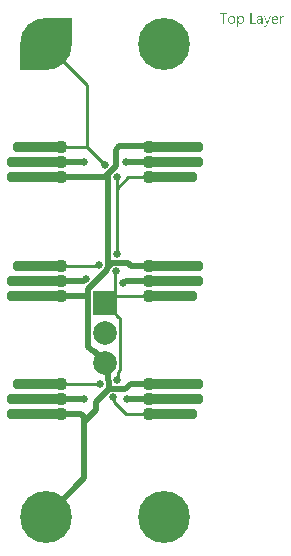
<source format=gtl>
G04*
G04 #@! TF.GenerationSoftware,Altium Limited,Altium Designer,22.4.2 (48)*
G04*
G04 Layer_Physical_Order=1*
G04 Layer_Color=255*
%FSAX45Y45*%
%MOMM*%
G71*
G04*
G04 #@! TF.SameCoordinates,69EBC29A-0566-45BE-847E-5E5AA8F2F2B9*
G04*
G04*
G04 #@! TF.FilePolarity,Positive*
G04*
G01*
G75*
G04:AMPARAMS|DCode=15|XSize=0.9mm|YSize=4.8mm|CornerRadius=0.351mm|HoleSize=0mm|Usage=FLASHONLY|Rotation=270.000|XOffset=0mm|YOffset=0mm|HoleType=Round|Shape=RoundedRectangle|*
%AMROUNDEDRECTD15*
21,1,0.90000,4.09800,0,0,270.0*
21,1,0.19800,4.80000,0,0,270.0*
1,1,0.70200,-2.04900,-0.09900*
1,1,0.70200,-2.04900,0.09900*
1,1,0.70200,2.04900,0.09900*
1,1,0.70200,2.04900,-0.09900*
%
%ADD15ROUNDEDRECTD15*%
G04:AMPARAMS|DCode=16|XSize=0.9mm|YSize=4.3mm|CornerRadius=0.351mm|HoleSize=0mm|Usage=FLASHONLY|Rotation=270.000|XOffset=0mm|YOffset=0mm|HoleType=Round|Shape=RoundedRectangle|*
%AMROUNDEDRECTD16*
21,1,0.90000,3.59800,0,0,270.0*
21,1,0.19800,4.30000,0,0,270.0*
1,1,0.70200,-1.79900,-0.09900*
1,1,0.70200,-1.79900,0.09900*
1,1,0.70200,1.79900,0.09900*
1,1,0.70200,1.79900,-0.09900*
%
%ADD16ROUNDEDRECTD16*%
%ADD17C,1.10000*%
%ADD22C,0.25000*%
%ADD23C,0.50000*%
%ADD24C,2.00000*%
%ADD25R,2.00000X2.00000*%
%ADD26C,4.40000*%
%ADD27C,0.65000*%
%ADD28C,0.60000*%
G36*
X-000721545Y003780000D02*
X-000489998D01*
X-000279998Y003990000D01*
Y004221547D01*
X-000498450D01*
X-000721545Y003998453D01*
Y003780000D01*
D02*
G37*
G36*
X001152951Y004240125D02*
X001153814Y004240047D01*
X001154835Y004239968D01*
X001156012Y004239733D01*
X001157346Y004239497D01*
X001158837Y004239105D01*
X001160329Y004238634D01*
X001161898Y004238084D01*
X001163468Y004237378D01*
X001165116Y004236593D01*
X001166686Y004235573D01*
X001168177Y004234396D01*
X001169668Y004233061D01*
X001171003Y004231570D01*
X001171081Y004231492D01*
X001171317Y004231178D01*
X001171631Y004230707D01*
X001172102Y004230000D01*
X001172572Y004229137D01*
X001173200Y004228117D01*
X001173828Y004226861D01*
X001174456Y004225527D01*
X001175084Y004223957D01*
X001175712Y004222230D01*
X001176340Y004220347D01*
X001176811Y004218306D01*
X001177282Y004216108D01*
X001177596Y004213754D01*
X001177831Y004211242D01*
X001177910Y004208652D01*
Y004208574D01*
Y004208495D01*
Y004208260D01*
Y004207946D01*
X001177831Y004207083D01*
X001177753Y004205984D01*
X001177674Y004204649D01*
X001177517Y004203080D01*
X001177282Y004201353D01*
X001176968Y004199469D01*
X001176497Y004197507D01*
X001176026Y004195388D01*
X001175398Y004193269D01*
X001174613Y004191150D01*
X001173750Y004189031D01*
X001172729Y004186912D01*
X001171474Y004184949D01*
X001170139Y004183066D01*
X001170061Y004182987D01*
X001169747Y004182673D01*
X001169355Y004182202D01*
X001168727Y004181575D01*
X001167942Y004180868D01*
X001167000Y004180005D01*
X001165823Y004179142D01*
X001164567Y004178278D01*
X001163154Y004177415D01*
X001161506Y004176551D01*
X001159779Y004175688D01*
X001157896Y004174982D01*
X001155855Y004174354D01*
X001153657Y004173883D01*
X001151303Y004173569D01*
X001148870Y004173491D01*
X001148320D01*
X001147692Y004173569D01*
X001146829Y004173647D01*
X001145809Y004173804D01*
X001144631Y004174040D01*
X001143297Y004174354D01*
X001141806Y004174825D01*
X001140315Y004175374D01*
X001138745Y004176081D01*
X001137175Y004176944D01*
X001135527Y004177964D01*
X001133957Y004179220D01*
X001132466Y004180633D01*
X001131053Y004182281D01*
X001129719Y004184165D01*
X001129484D01*
Y004145706D01*
X001119280D01*
Y004238712D01*
X001129484D01*
Y004227489D01*
X001129719D01*
X001129798Y004227646D01*
X001130112Y004228038D01*
X001130504Y004228666D01*
X001131132Y004229451D01*
X001131917Y004230471D01*
X001132859Y004231492D01*
X001134036Y004232669D01*
X001135292Y004233846D01*
X001136783Y004235024D01*
X001138431Y004236201D01*
X001140236Y004237221D01*
X001142198Y004238241D01*
X001144317Y004239026D01*
X001146672Y004239654D01*
X001149105Y004240047D01*
X001151774Y004240204D01*
X001152323D01*
X001152951Y004240125D01*
D02*
G37*
G36*
X001510847Y004239733D02*
X001511710D01*
X001512652Y004239576D01*
X001513673Y004239419D01*
X001514693Y004239262D01*
X001515556Y004238948D01*
Y004228352D01*
X001515399Y004228431D01*
X001515085Y004228666D01*
X001514457Y004228980D01*
X001513594Y004229373D01*
X001512417Y004229765D01*
X001511161Y004230079D01*
X001509591Y004230314D01*
X001507786Y004230393D01*
X001507158D01*
X001506687Y004230314D01*
X001506138Y004230236D01*
X001505510Y004230079D01*
X001504019Y004229608D01*
X001503155Y004229294D01*
X001502292Y004228902D01*
X001501350Y004228352D01*
X001500408Y004227803D01*
X001499545Y004227096D01*
X001498603Y004226233D01*
X001497740Y004225291D01*
X001496877Y004224192D01*
X001496798Y004224114D01*
X001496720Y004223879D01*
X001496484Y004223565D01*
X001496170Y004223094D01*
X001495856Y004222466D01*
X001495464Y004221681D01*
X001495071Y004220818D01*
X001494679Y004219797D01*
X001494287Y004218698D01*
X001493894Y004217443D01*
X001493502Y004216030D01*
X001493188Y004214539D01*
X001492874Y004212890D01*
X001492638Y004211164D01*
X001492560Y004209359D01*
X001492481Y004207396D01*
Y004174982D01*
X001482278D01*
Y004238712D01*
X001492481D01*
Y004225527D01*
X001492717D01*
Y004225605D01*
X001492795Y004225841D01*
X001492952Y004226155D01*
X001493109Y004226626D01*
X001493345Y004227175D01*
X001493659Y004227881D01*
X001494365Y004229373D01*
X001495307Y004231099D01*
X001496484Y004232826D01*
X001497818Y004234474D01*
X001499388Y004236044D01*
X001499467Y004236122D01*
X001499624Y004236201D01*
X001499859Y004236358D01*
X001500173Y004236672D01*
X001500565Y004236907D01*
X001501115Y004237221D01*
X001502292Y004237928D01*
X001503783Y004238634D01*
X001505510Y004239262D01*
X001507394Y004239654D01*
X001508414Y004239733D01*
X001509434Y004239811D01*
X001510062D01*
X001510847Y004239733D01*
D02*
G37*
G36*
X001375380Y004164779D02*
Y004164700D01*
X001375302Y004164543D01*
X001375145Y004164308D01*
X001374988Y004163915D01*
X001374831Y004163444D01*
X001374595Y004162973D01*
X001373968Y004161718D01*
X001373104Y004160226D01*
X001372162Y004158500D01*
X001370985Y004156773D01*
X001369651Y004154889D01*
X001368160Y004153084D01*
X001366511Y004151279D01*
X001364706Y004149552D01*
X001362744Y004148061D01*
X001360625Y004146805D01*
X001359526Y004146334D01*
X001358349Y004145863D01*
X001357172Y004145471D01*
X001355916Y004145236D01*
X001354660Y004145079D01*
X001353326Y004145000D01*
X001352698D01*
X001351913Y004145079D01*
X001350971D01*
X001349951Y004145236D01*
X001348852Y004145393D01*
X001347675Y004145549D01*
X001346654Y004145863D01*
Y004154968D01*
X001346811Y004154889D01*
X001347204Y004154811D01*
X001347832Y004154654D01*
X001348617Y004154418D01*
X001349558Y004154183D01*
X001350579Y004154026D01*
X001351678Y004153947D01*
X001352698Y004153869D01*
X001353012D01*
X001353404Y004153947D01*
X001353954Y004154026D01*
X001354581Y004154183D01*
X001355366Y004154340D01*
X001356151Y004154654D01*
X001357093Y004155046D01*
X001357956Y004155517D01*
X001358977Y004156145D01*
X001359919Y004156851D01*
X001360860Y004157715D01*
X001361802Y004158814D01*
X001362744Y004159991D01*
X001363529Y004161404D01*
X001364314Y004163052D01*
X001369415Y004175060D01*
X001344535Y004238712D01*
X001355837D01*
X001373104Y004189659D01*
Y004189580D01*
X001373183Y004189423D01*
X001373261Y004189188D01*
X001373418Y004188717D01*
X001373575Y004188089D01*
X001373732Y004187226D01*
X001374046Y004186127D01*
X001374360Y004184792D01*
X001374752D01*
Y004184871D01*
X001374831Y004185106D01*
X001374909Y004185420D01*
X001375066Y004185970D01*
X001375223Y004186598D01*
X001375380Y004187383D01*
X001375694Y004188403D01*
X001376008Y004189502D01*
X001394138Y004238712D01*
X001404656D01*
X001375380Y004164779D01*
D02*
G37*
G36*
X001313219Y004240125D02*
X001313769D01*
X001314318Y004240047D01*
X001315025Y004239968D01*
X001315809Y004239811D01*
X001317458Y004239497D01*
X001319420Y004238948D01*
X001321382Y004238241D01*
X001323501Y004237221D01*
X001325620Y004235965D01*
X001326640Y004235259D01*
X001327661Y004234396D01*
X001328603Y004233454D01*
X001329544Y004232512D01*
X001330408Y004231413D01*
X001331193Y004230157D01*
X001331978Y004228902D01*
X001332684Y004227489D01*
X001333233Y004225919D01*
X001333783Y004224271D01*
X001334175Y004222544D01*
X001334489Y004220582D01*
X001334646Y004218620D01*
X001334725Y004216422D01*
Y004174982D01*
X001324521D01*
Y004184871D01*
X001324286D01*
X001324207Y004184714D01*
X001323972Y004184400D01*
X001323580Y004183851D01*
X001323030Y004183066D01*
X001322324Y004182202D01*
X001321460Y004181261D01*
X001320519Y004180240D01*
X001319341Y004179220D01*
X001318007Y004178121D01*
X001316594Y004177101D01*
X001314946Y004176159D01*
X001313219Y004175296D01*
X001311257Y004174511D01*
X001309217Y004173961D01*
X001307019Y004173647D01*
X001304664Y004173491D01*
X001303723D01*
X001303095Y004173569D01*
X001302310Y004173647D01*
X001301368Y004173726D01*
X001300348Y004173883D01*
X001299249Y004174118D01*
X001296816Y004174746D01*
X001295639Y004175139D01*
X001294383Y004175610D01*
X001293127Y004176159D01*
X001291950Y004176865D01*
X001290851Y004177650D01*
X001289752Y004178514D01*
X001289674Y004178592D01*
X001289517Y004178749D01*
X001289281Y004179063D01*
X001288889Y004179455D01*
X001288496Y004179926D01*
X001288104Y004180554D01*
X001287554Y004181261D01*
X001287084Y004182045D01*
X001286613Y004182987D01*
X001286142Y004184008D01*
X001285671Y004185106D01*
X001285278Y004186284D01*
X001284886Y004187540D01*
X001284650Y004188874D01*
X001284493Y004190365D01*
X001284415Y004191856D01*
Y004191935D01*
Y004192092D01*
Y004192327D01*
X001284493Y004192641D01*
Y004193034D01*
X001284572Y004193504D01*
X001284729Y004194682D01*
X001285043Y004196094D01*
X001285514Y004197664D01*
X001286142Y004199391D01*
X001287084Y004201196D01*
X001288182Y004203001D01*
X001289517Y004204806D01*
X001290380Y004205670D01*
X001291243Y004206533D01*
X001292264Y004207396D01*
X001293284Y004208181D01*
X001294461Y004208966D01*
X001295717Y004209673D01*
X001297051Y004210300D01*
X001298542Y004210928D01*
X001300112Y004211478D01*
X001301760Y004211949D01*
X001303566Y004212341D01*
X001305449Y004212655D01*
X001324521Y004215324D01*
Y004215402D01*
Y004215481D01*
Y004215716D01*
Y004216030D01*
X001324443Y004216815D01*
X001324286Y004217835D01*
X001324129Y004219091D01*
X001323815Y004220504D01*
X001323423Y004221916D01*
X001322873Y004223486D01*
X001322167Y004224977D01*
X001321303Y004226469D01*
X001320283Y004227803D01*
X001319027Y004229059D01*
X001317458Y004230079D01*
X001315731Y004230864D01*
X001314789Y004231178D01*
X001313690Y004231413D01*
X001312591Y004231492D01*
X001311414Y004231570D01*
X001310865D01*
X001310315Y004231492D01*
X001309452Y004231413D01*
X001308432Y004231335D01*
X001307254Y004231178D01*
X001305920Y004230942D01*
X001304507Y004230628D01*
X001302938Y004230157D01*
X001301289Y004229686D01*
X001299563Y004229059D01*
X001297758Y004228274D01*
X001295952Y004227332D01*
X001294147Y004226312D01*
X001292342Y004225134D01*
X001290615Y004223722D01*
Y004234160D01*
X001290694Y004234239D01*
X001291008Y004234396D01*
X001291557Y004234710D01*
X001292264Y004235102D01*
X001293205Y004235573D01*
X001294226Y004236044D01*
X001295482Y004236593D01*
X001296894Y004237221D01*
X001298386Y004237771D01*
X001300034Y004238320D01*
X001301839Y004238791D01*
X001303723Y004239262D01*
X001305763Y004239654D01*
X001307804Y004239968D01*
X001310001Y004240125D01*
X001312278Y004240204D01*
X001312827D01*
X001313219Y004240125D01*
D02*
G37*
G36*
X001241012Y004184400D02*
X001276880D01*
Y004174982D01*
X001230574D01*
Y004264220D01*
X001241012D01*
Y004184400D01*
D02*
G37*
G36*
X001031926Y004254724D02*
X001006182D01*
Y004174982D01*
X000995743D01*
Y004254724D01*
X000970000D01*
Y004264220D01*
X001031926D01*
Y004254724D01*
D02*
G37*
G36*
X001441858Y004240125D02*
X001442721Y004240047D01*
X001443820Y004239968D01*
X001444997Y004239811D01*
X001446332Y004239497D01*
X001447744Y004239183D01*
X001449314Y004238791D01*
X001450884Y004238241D01*
X001452454Y004237535D01*
X001454102Y004236750D01*
X001455671Y004235808D01*
X001457163Y004234710D01*
X001458654Y004233454D01*
X001459988Y004232041D01*
X001460067Y004231963D01*
X001460302Y004231649D01*
X001460616Y004231178D01*
X001461087Y004230550D01*
X001461558Y004229765D01*
X001462186Y004228745D01*
X001462814Y004227567D01*
X001463442Y004226233D01*
X001464069Y004224663D01*
X001464697Y004223015D01*
X001465325Y004221132D01*
X001465796Y004219169D01*
X001466267Y004216972D01*
X001466581Y004214696D01*
X001466816Y004212184D01*
X001466895Y004209594D01*
Y004204257D01*
X001421844D01*
Y004204100D01*
Y004203786D01*
X001421922Y004203237D01*
X001422001Y004202530D01*
X001422079Y004201588D01*
X001422236Y004200568D01*
X001422393Y004199469D01*
X001422707Y004198214D01*
X001423414Y004195545D01*
X001423885Y004194211D01*
X001424434Y004192798D01*
X001425062Y004191464D01*
X001425768Y004190130D01*
X001426632Y004188952D01*
X001427573Y004187775D01*
X001427652Y004187696D01*
X001427809Y004187540D01*
X001428123Y004187226D01*
X001428594Y004186912D01*
X001429143Y004186441D01*
X001429850Y004185970D01*
X001430634Y004185420D01*
X001431498Y004184949D01*
X001432518Y004184400D01*
X001433695Y004183851D01*
X001434873Y004183380D01*
X001436285Y004182909D01*
X001437698Y004182595D01*
X001439268Y004182281D01*
X001440916Y004182124D01*
X001442643Y004182045D01*
X001443114D01*
X001443663Y004182124D01*
X001444448D01*
X001445390Y004182281D01*
X001446489Y004182438D01*
X001447744Y004182673D01*
X001449157Y004182909D01*
X001450648Y004183301D01*
X001452218Y004183772D01*
X001453866Y004184322D01*
X001455514Y004185028D01*
X001457241Y004185813D01*
X001458968Y004186755D01*
X001460695Y004187853D01*
X001462421Y004189109D01*
Y004179534D01*
X001462343Y004179455D01*
X001462029Y004179298D01*
X001461558Y004178985D01*
X001460930Y004178592D01*
X001460067Y004178121D01*
X001459046Y004177650D01*
X001457869Y004177101D01*
X001456535Y004176551D01*
X001454965Y004175924D01*
X001453317Y004175374D01*
X001451512Y004174903D01*
X001449550Y004174432D01*
X001447430Y004174040D01*
X001445154Y004173726D01*
X001442721Y004173569D01*
X001440210Y004173491D01*
X001439582D01*
X001438954Y004173569D01*
X001438012Y004173647D01*
X001436835Y004173726D01*
X001435501Y004173961D01*
X001434088Y004174197D01*
X001432518Y004174589D01*
X001430870Y004175060D01*
X001429143Y004175610D01*
X001427338Y004176316D01*
X001425611Y004177101D01*
X001423806Y004178121D01*
X001422158Y004179298D01*
X001420510Y004180633D01*
X001419018Y004182124D01*
X001418940Y004182202D01*
X001418705Y004182516D01*
X001418312Y004183066D01*
X001417841Y004183772D01*
X001417213Y004184636D01*
X001416585Y004185734D01*
X001415879Y004186990D01*
X001415173Y004188481D01*
X001414466Y004190051D01*
X001413760Y004191935D01*
X001413132Y004193897D01*
X001412504Y004196094D01*
X001412033Y004198449D01*
X001411641Y004200961D01*
X001411405Y004203708D01*
X001411327Y004206533D01*
Y004206612D01*
Y004206690D01*
Y004206926D01*
Y004207161D01*
X001411405Y004207946D01*
X001411484Y004209045D01*
X001411562Y004210300D01*
X001411798Y004211713D01*
X001412033Y004213361D01*
X001412347Y004215167D01*
X001412818Y004217050D01*
X001413368Y004219012D01*
X001414074Y004221053D01*
X001414859Y004223094D01*
X001415801Y004225056D01*
X001416978Y004227096D01*
X001418234Y004228980D01*
X001419725Y004230785D01*
X001419803Y004230864D01*
X001420117Y004231178D01*
X001420588Y004231649D01*
X001421216Y004232277D01*
X001422079Y004232983D01*
X001423100Y004233768D01*
X001424199Y004234631D01*
X001425533Y004235494D01*
X001426946Y004236358D01*
X001428594Y004237221D01*
X001430320Y004238006D01*
X001432126Y004238712D01*
X001434088Y004239340D01*
X001436207Y004239811D01*
X001438405Y004240125D01*
X001440681Y004240204D01*
X001441230D01*
X001441858Y004240125D01*
D02*
G37*
G36*
X001074073D02*
X001075093Y004240047D01*
X001076270Y004239968D01*
X001077683Y004239733D01*
X001079174Y004239497D01*
X001080822Y004239105D01*
X001082628Y004238634D01*
X001084433Y004238084D01*
X001086238Y004237378D01*
X001088122Y004236515D01*
X001089927Y004235494D01*
X001091732Y004234317D01*
X001093380Y004232983D01*
X001094950Y004231413D01*
X001095028Y004231335D01*
X001095264Y004231021D01*
X001095656Y004230471D01*
X001096206Y004229765D01*
X001096833Y004228902D01*
X001097461Y004227803D01*
X001098246Y004226547D01*
X001098953Y004225056D01*
X001099737Y004223408D01*
X001100444Y004221602D01*
X001101072Y004219640D01*
X001101700Y004217443D01*
X001102249Y004215088D01*
X001102641Y004212577D01*
X001102877Y004209908D01*
X001102955Y004207083D01*
Y004207004D01*
Y004206926D01*
Y004206690D01*
Y004206376D01*
X001102877Y004205591D01*
X001102798Y004204571D01*
X001102720Y004203237D01*
X001102484Y004201745D01*
X001102249Y004200097D01*
X001101857Y004198292D01*
X001101386Y004196408D01*
X001100836Y004194368D01*
X001100130Y004192327D01*
X001099345Y004190287D01*
X001098325Y004188246D01*
X001097147Y004186284D01*
X001095813Y004184400D01*
X001094322Y004182595D01*
X001094243Y004182516D01*
X001093929Y004182202D01*
X001093459Y004181732D01*
X001092752Y004181182D01*
X001091889Y004180476D01*
X001090869Y004179691D01*
X001089613Y004178906D01*
X001088200Y004178043D01*
X001086630Y004177179D01*
X001084904Y004176394D01*
X001083020Y004175610D01*
X001080979Y004174903D01*
X001078703Y004174354D01*
X001076349Y004173883D01*
X001073916Y004173569D01*
X001071247Y004173491D01*
X001070619D01*
X001069913Y004173569D01*
X001068892Y004173647D01*
X001067715Y004173726D01*
X001066302Y004173961D01*
X001064811Y004174197D01*
X001063163Y004174589D01*
X001061358Y004175060D01*
X001059553Y004175688D01*
X001057669Y004176394D01*
X001055785Y004177258D01*
X001053902Y004178278D01*
X001052018Y004179455D01*
X001050291Y004180790D01*
X001048643Y004182359D01*
X001048565Y004182438D01*
X001048251Y004182752D01*
X001047858Y004183301D01*
X001047309Y004184008D01*
X001046681Y004184871D01*
X001045975Y004185970D01*
X001045268Y004187226D01*
X001044483Y004188717D01*
X001043698Y004190287D01*
X001042914Y004192092D01*
X001042207Y004194054D01*
X001041579Y004196173D01*
X001041030Y004198371D01*
X001040637Y004200804D01*
X001040324Y004203394D01*
X001040245Y004206062D01*
Y004206141D01*
Y004206219D01*
Y004206455D01*
Y004206769D01*
X001040324Y004207632D01*
X001040402Y004208731D01*
X001040481Y004210065D01*
X001040716Y004211635D01*
X001040951Y004213361D01*
X001041344Y004215245D01*
X001041815Y004217207D01*
X001042364Y004219248D01*
X001043071Y004221367D01*
X001043934Y004223486D01*
X001044954Y004225527D01*
X001046053Y004227489D01*
X001047387Y004229373D01*
X001048957Y004231178D01*
X001049035Y004231256D01*
X001049349Y004231570D01*
X001049899Y004232041D01*
X001050605Y004232590D01*
X001051469Y004233297D01*
X001052567Y004234003D01*
X001053823Y004234867D01*
X001055236Y004235730D01*
X001056806Y004236515D01*
X001058611Y004237378D01*
X001060573Y004238084D01*
X001062692Y004238791D01*
X001064968Y004239340D01*
X001067401Y004239811D01*
X001069991Y004240125D01*
X001072738Y004240204D01*
X001073366D01*
X001074073Y004240125D01*
D02*
G37*
%LPC*%
G36*
X001149262Y004231570D02*
X001148399D01*
X001147771Y004231492D01*
X001146986Y004231413D01*
X001146123Y004231256D01*
X001145181Y004231021D01*
X001144082Y004230785D01*
X001142983Y004230471D01*
X001141806Y004230079D01*
X001140629Y004229530D01*
X001139451Y004228980D01*
X001138274Y004228274D01*
X001137097Y004227410D01*
X001135919Y004226469D01*
X001134899Y004225370D01*
X001134821Y004225291D01*
X001134664Y004225056D01*
X001134428Y004224742D01*
X001134036Y004224271D01*
X001133643Y004223643D01*
X001133172Y004222937D01*
X001132702Y004222073D01*
X001132231Y004221132D01*
X001131681Y004220033D01*
X001131210Y004218855D01*
X001130739Y004217600D01*
X001130347Y004216187D01*
X001129955Y004214696D01*
X001129719Y004213204D01*
X001129562Y004211556D01*
X001129484Y004209830D01*
Y004200961D01*
Y004200882D01*
Y004200647D01*
Y004200176D01*
X001129562Y004199626D01*
X001129641Y004198920D01*
X001129719Y004198135D01*
X001129876Y004197272D01*
X001130112Y004196330D01*
X001130739Y004194211D01*
X001131132Y004193112D01*
X001131603Y004191935D01*
X001132231Y004190836D01*
X001132937Y004189659D01*
X001133722Y004188560D01*
X001134585Y004187540D01*
X001134664Y004187461D01*
X001134821Y004187304D01*
X001135135Y004187069D01*
X001135527Y004186676D01*
X001135998Y004186284D01*
X001136626Y004185813D01*
X001137332Y004185342D01*
X001138196Y004184792D01*
X001139059Y004184322D01*
X001140079Y004183772D01*
X001141178Y004183301D01*
X001142277Y004182909D01*
X001143533Y004182516D01*
X001144867Y004182281D01*
X001146280Y004182124D01*
X001147692Y004182045D01*
X001148085D01*
X001148556Y004182124D01*
X001149262D01*
X001149968Y004182281D01*
X001150910Y004182438D01*
X001151931Y004182673D01*
X001152951Y004182909D01*
X001154128Y004183301D01*
X001155306Y004183772D01*
X001156483Y004184322D01*
X001157739Y004185028D01*
X001158916Y004185813D01*
X001160093Y004186755D01*
X001161192Y004187853D01*
X001162212Y004189109D01*
X001162291Y004189188D01*
X001162448Y004189423D01*
X001162683Y004189816D01*
X001163076Y004190443D01*
X001163468Y004191150D01*
X001163861Y004192013D01*
X001164331Y004193112D01*
X001164881Y004194289D01*
X001165352Y004195624D01*
X001165823Y004197115D01*
X001166215Y004198685D01*
X001166686Y004200490D01*
X001167000Y004202373D01*
X001167235Y004204414D01*
X001167392Y004206612D01*
X001167471Y004208888D01*
Y004209045D01*
Y004209359D01*
Y004209908D01*
X001167392Y004210614D01*
X001167314Y004211556D01*
X001167235Y004212577D01*
X001167078Y004213675D01*
X001166843Y004214931D01*
X001166294Y004217600D01*
X001165901Y004219012D01*
X001165352Y004220347D01*
X001164802Y004221759D01*
X001164174Y004223094D01*
X001163390Y004224349D01*
X001162526Y004225527D01*
X001162448Y004225605D01*
X001162291Y004225762D01*
X001162055Y004226076D01*
X001161663Y004226469D01*
X001161114Y004226939D01*
X001160564Y004227410D01*
X001159858Y004227960D01*
X001159073Y004228588D01*
X001158131Y004229137D01*
X001157189Y004229686D01*
X001156090Y004230157D01*
X001154913Y004230628D01*
X001153579Y004231021D01*
X001152245Y004231335D01*
X001150832Y004231492D01*
X001149262Y004231570D01*
D02*
G37*
G36*
X001324521Y004207161D02*
X001309138Y004205042D01*
X001309060D01*
X001308824Y004204963D01*
X001308432D01*
X001307961Y004204885D01*
X001307411Y004204728D01*
X001306705Y004204571D01*
X001305135Y004204257D01*
X001303409Y004203786D01*
X001301682Y004203158D01*
X001299955Y004202373D01*
X001299170Y004201981D01*
X001298464Y004201510D01*
X001298307Y004201353D01*
X001297915Y004201039D01*
X001297287Y004200411D01*
X001296659Y004199469D01*
X001296031Y004198214D01*
X001295717Y004197507D01*
X001295403Y004196722D01*
X001295168Y004195859D01*
X001295011Y004194839D01*
X001294932Y004193818D01*
X001294854Y004192641D01*
Y004192563D01*
Y004192406D01*
Y004192170D01*
X001294932Y004191856D01*
X001295011Y004190993D01*
X001295246Y004189894D01*
X001295639Y004188717D01*
X001296266Y004187383D01*
X001297051Y004186127D01*
X001298150Y004184949D01*
X001298229D01*
X001298307Y004184792D01*
X001298778Y004184479D01*
X001299484Y004184008D01*
X001300505Y004183537D01*
X001301839Y004182987D01*
X001303330Y004182516D01*
X001305135Y004182202D01*
X001307097Y004182045D01*
X001307804D01*
X001308353Y004182124D01*
X001308981Y004182202D01*
X001309766Y004182359D01*
X001310551Y004182516D01*
X001311493Y004182752D01*
X001313455Y004183380D01*
X001314475Y004183772D01*
X001315574Y004184322D01*
X001316594Y004184949D01*
X001317615Y004185656D01*
X001318635Y004186441D01*
X001319577Y004187383D01*
X001319655Y004187461D01*
X001319812Y004187618D01*
X001320048Y004187932D01*
X001320362Y004188324D01*
X001320754Y004188874D01*
X001321146Y004189502D01*
X001321617Y004190208D01*
X001322088Y004191071D01*
X001322481Y004192013D01*
X001322952Y004193034D01*
X001323344Y004194132D01*
X001323736Y004195310D01*
X001324050Y004196565D01*
X001324286Y004197900D01*
X001324443Y004199312D01*
X001324521Y004200804D01*
Y004207161D01*
D02*
G37*
G36*
X001440524Y004231570D02*
X001439817D01*
X001439346Y004231492D01*
X001438718Y004231413D01*
X001437934Y004231335D01*
X001437149Y004231178D01*
X001436285Y004230942D01*
X001434323Y004230314D01*
X001433303Y004229922D01*
X001432283Y004229373D01*
X001431262Y004228823D01*
X001430164Y004228117D01*
X001429222Y004227332D01*
X001428201Y004226390D01*
X001428123Y004226312D01*
X001427966Y004226155D01*
X001427730Y004225841D01*
X001427416Y004225448D01*
X001427024Y004224899D01*
X001426553Y004224349D01*
X001426082Y004223565D01*
X001425533Y004222780D01*
X001424983Y004221838D01*
X001424513Y004220818D01*
X001423963Y004219719D01*
X001423492Y004218541D01*
X001423021Y004217207D01*
X001422629Y004215873D01*
X001422236Y004214382D01*
X001422001Y004212890D01*
X001456456D01*
Y004212969D01*
Y004213283D01*
Y004213754D01*
X001456378Y004214382D01*
X001456299Y004215088D01*
X001456221Y004215951D01*
X001456064Y004216893D01*
X001455907Y004217914D01*
X001455358Y004220111D01*
X001454573Y004222466D01*
X001454102Y004223565D01*
X001453552Y004224663D01*
X001452924Y004225684D01*
X001452140Y004226626D01*
X001452061Y004226704D01*
X001451983Y004226861D01*
X001451747Y004227096D01*
X001451355Y004227410D01*
X001450962Y004227803D01*
X001450413Y004228195D01*
X001449863Y004228666D01*
X001449157Y004229137D01*
X001448372Y004229530D01*
X001447509Y004230000D01*
X001446489Y004230393D01*
X001445468Y004230785D01*
X001444369Y004231099D01*
X001443192Y004231335D01*
X001441858Y004231492D01*
X001440524Y004231570D01*
D02*
G37*
G36*
X001071953D02*
X001071561D01*
X001071012Y004231492D01*
X001070305D01*
X001069520Y004231335D01*
X001068579Y004231256D01*
X001067480Y004231021D01*
X001066302Y004230707D01*
X001065125Y004230393D01*
X001063869Y004229922D01*
X001062535Y004229373D01*
X001061279Y004228745D01*
X001059945Y004227960D01*
X001058689Y004227096D01*
X001057512Y004226076D01*
X001056413Y004224899D01*
X001056335Y004224820D01*
X001056178Y004224585D01*
X001055864Y004224192D01*
X001055550Y004223643D01*
X001055079Y004223015D01*
X001054608Y004222152D01*
X001054059Y004221210D01*
X001053588Y004220111D01*
X001053038Y004218855D01*
X001052489Y004217443D01*
X001052018Y004215951D01*
X001051547Y004214303D01*
X001051233Y004212498D01*
X001050919Y004210614D01*
X001050762Y004208574D01*
X001050684Y004206455D01*
Y004206298D01*
Y004205984D01*
X001050762Y004205356D01*
Y004204571D01*
X001050841Y004203629D01*
X001050998Y004202530D01*
X001051155Y004201275D01*
X001051390Y004199940D01*
X001051704Y004198528D01*
X001052096Y004197115D01*
X001052567Y004195624D01*
X001053117Y004194132D01*
X001053745Y004192641D01*
X001054530Y004191228D01*
X001055393Y004189816D01*
X001056413Y004188560D01*
X001056492Y004188481D01*
X001056649Y004188246D01*
X001057041Y004187932D01*
X001057512Y004187540D01*
X001058061Y004187069D01*
X001058768Y004186519D01*
X001059631Y004185891D01*
X001060573Y004185342D01*
X001061593Y004184714D01*
X001062771Y004184086D01*
X001064026Y004183537D01*
X001065439Y004183066D01*
X001066930Y004182673D01*
X001068500Y004182359D01*
X001070148Y004182124D01*
X001071953Y004182045D01*
X001072424D01*
X001072895Y004182124D01*
X001073602D01*
X001074386Y004182281D01*
X001075328Y004182359D01*
X001076427Y004182595D01*
X001077604Y004182830D01*
X001078782Y004183144D01*
X001080037Y004183615D01*
X001081293Y004184086D01*
X001082549Y004184714D01*
X001083805Y004185420D01*
X001084982Y004186284D01*
X001086159Y004187304D01*
X001087180Y004188403D01*
X001087258Y004188481D01*
X001087415Y004188717D01*
X001087651Y004189109D01*
X001088043Y004189580D01*
X001088435Y004190287D01*
X001088906Y004191071D01*
X001089377Y004192013D01*
X001089848Y004193112D01*
X001090319Y004194368D01*
X001090869Y004195702D01*
X001091261Y004197193D01*
X001091653Y004198841D01*
X001092046Y004200568D01*
X001092281Y004202530D01*
X001092438Y004204571D01*
X001092517Y004206690D01*
Y004206847D01*
Y004207239D01*
Y004207867D01*
X001092438Y004208652D01*
X001092360Y004209673D01*
X001092203Y004210771D01*
X001092046Y004212106D01*
X001091889Y004213440D01*
X001091182Y004216422D01*
X001090790Y004217914D01*
X001090241Y004219483D01*
X001089691Y004220975D01*
X001088906Y004222387D01*
X001088122Y004223800D01*
X001087180Y004225056D01*
X001087101Y004225134D01*
X001086944Y004225370D01*
X001086630Y004225684D01*
X001086159Y004226076D01*
X001085610Y004226547D01*
X001084982Y004227096D01*
X001084197Y004227724D01*
X001083255Y004228352D01*
X001082235Y004228902D01*
X001081136Y004229530D01*
X001079880Y004230079D01*
X001078546Y004230550D01*
X001077055Y004230942D01*
X001075485Y004231256D01*
X001073759Y004231492D01*
X001071953Y004231570D01*
D02*
G37*
%LPD*%
D15*
X000590000Y001000000D02*
D03*
Y001127000D02*
D03*
Y003000000D02*
D03*
Y003127000D02*
D03*
Y002000000D02*
D03*
X000590000Y002127000D02*
D03*
X-000590000Y003000000D02*
D03*
Y002873000D02*
D03*
Y002000000D02*
D03*
Y001873000D02*
D03*
Y001000000D02*
D03*
Y000873000D02*
D03*
D16*
X000565000Y000873000D02*
D03*
Y002873000D02*
D03*
X000565000Y001873000D02*
D03*
X-000565000Y003127000D02*
D03*
Y002127000D02*
D03*
Y001127000D02*
D03*
D17*
X000370000Y001000000D02*
D03*
X000370000Y000873000D02*
D03*
X000370000Y001127000D02*
D03*
Y003000000D02*
D03*
X000370000Y002873000D02*
D03*
X000370000Y003127000D02*
D03*
Y002000000D02*
D03*
Y001873000D02*
D03*
X000370000Y002127000D02*
D03*
X-000370000Y003000000D02*
D03*
Y003127000D02*
D03*
Y002873000D02*
D03*
Y002000000D02*
D03*
Y002127000D02*
D03*
Y001873000D02*
D03*
Y001000000D02*
D03*
Y001127000D02*
D03*
Y000873000D02*
D03*
D22*
X000100000Y002222500D02*
Y002775000D01*
X000087500Y002073964D02*
X000091036Y002077500D01*
X000087500Y001895500D02*
Y002073964D01*
X000109907Y001160235D02*
Y001224487D01*
X000104819Y001155147D02*
X000109907Y001160235D01*
Y001224487D02*
X000127500Y001242080D01*
X000076697Y000973303D02*
X000177000Y000873000D01*
X000070000Y001010000D02*
X000076697Y001003303D01*
Y000973303D02*
Y001003303D01*
X000127500Y001242080D02*
Y001681812D01*
X-000043500Y001123500D02*
X-000040000Y001120000D01*
X-000366500Y001123500D02*
X-000043500D01*
X000025000Y001833000D02*
X000065000Y001873000D01*
X000100000Y002775000D02*
Y002873475D01*
X000100763Y002874237D01*
X-000152000Y003127000D02*
X-000001768Y002976768D01*
X-000370000Y002127000D02*
X-000053000D01*
X-000050000Y002130000D01*
X000065000Y001873000D02*
X000087500Y001895500D01*
X000177000Y000873000D02*
X000370000D01*
X-000370000Y001127000D02*
X-000366500Y001123500D01*
X-000370002Y003127000D02*
X-000152000D01*
X000065000Y001873000D02*
X000370000D01*
X000000000Y001808000D02*
X000025000Y001833000D01*
X000113750Y001695562D02*
X000127500Y001681812D01*
X000112438Y001695562D02*
X000113750D01*
X000000000Y001808000D02*
X000112438Y001695562D01*
X000370000Y001873000D02*
X000565000D01*
X-000565000Y002127000D02*
X-000370000D01*
X-000152000Y003127000D02*
Y003652000D01*
X-000500000Y004000000D02*
X-000152000Y003652000D01*
X000100000Y002775000D02*
X000198000Y002873000D01*
X000370000D01*
D23*
X000195885Y002150000D02*
X000218884Y002127000D01*
X000020000Y002108995D02*
X000061005Y002150000D01*
X000032233Y001074764D02*
X000039970Y001082500D01*
X000061005Y002150000D02*
X000195885D01*
X-000075000Y000971998D02*
X000032500Y001079497D01*
Y001150030D01*
X000028701Y001153829D02*
X000032500Y001150030D01*
X000028701Y001153829D02*
Y001271299D01*
X000172466Y001082466D02*
X000217000Y001127000D01*
X000100065Y001082466D02*
X000172466D01*
X000039970Y001082500D02*
X000100031D01*
X000100065Y001082466D01*
X-000075000Y000900000D02*
Y000971998D01*
X-000140000Y001927470D02*
X000018536Y002086005D01*
X-000164059Y002010000D02*
X-000160000D01*
X-000174059Y002000000D02*
X-000164059Y002010000D01*
X000018536Y002096005D02*
X000020000Y002097470D01*
X-000370000Y002000000D02*
X-000174059D01*
X000018536Y002086005D02*
Y002096005D01*
X000020000Y002097470D02*
Y002108995D01*
X-000140000Y001874223D02*
Y001927470D01*
X000370000Y002127000D02*
X000590000D01*
X000218884D02*
X000370000D01*
X000025000Y002113995D02*
Y002898995D01*
X-000175000Y000800000D02*
X-000075000Y000900000D01*
X000217000Y001127000D02*
X000370000D01*
X000188995Y001000000D02*
X000370000D01*
Y001127000D02*
X000590000D01*
X000000000Y001300000D02*
X000028701Y001271299D01*
X000090000Y003107210D02*
X000119290Y003136500D01*
X000090000Y002966005D02*
Y003107210D01*
X000023995Y002900000D02*
X000090000Y002966005D01*
X000119290Y003136500D02*
X000360500D01*
X000152706Y001975000D02*
X000177706Y002000000D01*
X000370000D01*
X000150000Y001975000D02*
X000152706D01*
X-000094291Y001403701D02*
X000000000Y001309410D01*
Y001300000D02*
Y001309410D01*
X-000141223Y001439843D02*
Y001873000D01*
Y001439843D02*
X-000105081Y001403701D01*
X-000094291D01*
X-000001005Y002875000D02*
X000023995Y002900000D01*
X-000141223Y001873000D02*
X-000140000Y001874223D01*
X-000370000Y001873000D02*
X-000141223D01*
X-000590000Y000873000D02*
X-000370000D01*
X-000204290D01*
X-000500000Y000000000D02*
X-000175000Y000325000D01*
Y000800000D01*
Y000843711D01*
X-000204290Y000873000D02*
X-000175000Y000843711D01*
X000360500Y003136500D02*
X000370000Y003127000D01*
X-000368002Y002875000D02*
X-000001005D01*
X-000590002Y002873000D02*
X-000370002D01*
X-000368002Y002875000D01*
X-000590000Y001873000D02*
X-000370000D01*
X000370000Y003127000D02*
X000590000D01*
X000175000Y003000000D02*
X000370000D01*
X-000370000Y001000000D02*
X-000175000D01*
X-000370002Y003000000D02*
X-000175001D01*
D24*
X000000000Y001300000D02*
D03*
Y001554000D02*
D03*
D25*
Y001808000D02*
D03*
D26*
X000500000Y000000000D02*
D03*
X-000500000D02*
D03*
X000500000Y004000000D02*
D03*
X-000500000D02*
D03*
D27*
X000100000Y002222500D02*
D03*
X000091036Y002077500D02*
D03*
X-000040000Y001120000D02*
D03*
X000104819Y001155147D02*
D03*
X000070000Y001010000D02*
D03*
X000100763Y002874237D02*
D03*
X-000001768Y002976768D02*
D03*
X-000160000Y002010000D02*
D03*
X-000050000Y002130000D02*
D03*
X000188995Y001000000D02*
D03*
X000150000Y001975000D02*
D03*
X000175000Y003000000D02*
D03*
X-000175000Y001000000D02*
D03*
X-000175001Y003000000D02*
D03*
D28*
X000655000Y001000000D02*
D03*
Y003000000D02*
D03*
Y002000000D02*
D03*
X-000655000Y003000000D02*
D03*
Y002000000D02*
D03*
Y001000000D02*
D03*
M02*

</source>
